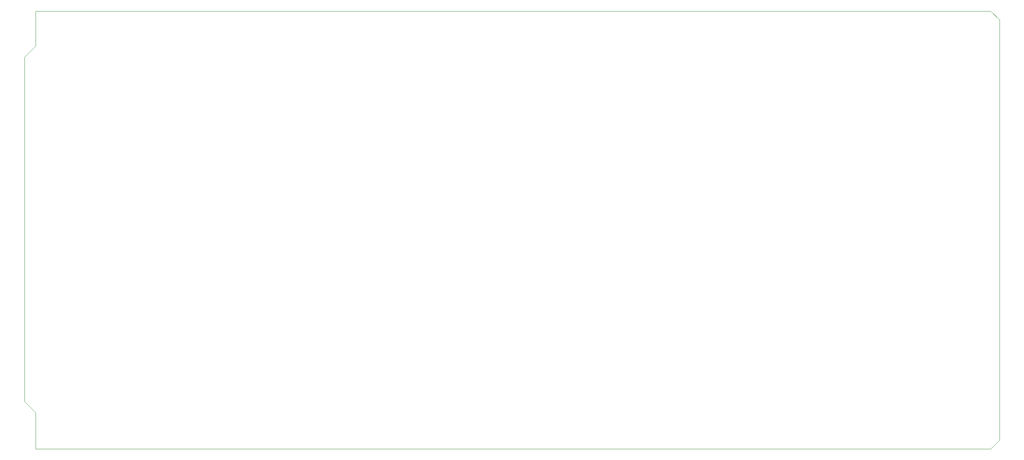
<source format=gm1>
G04*
G04 #@! TF.GenerationSoftware,Altium Limited,Altium Designer,22.8.2 (66)*
G04*
G04 Layer_Color=16711935*
%FSLAX25Y25*%
%MOIN*%
G70*
G04*
G04 #@! TF.SameCoordinates,18DB8AE4-C2B3-415A-B087-6D5D449F6BFC*
G04*
G04*
G04 #@! TF.FilePolarity,Positive*
G04*
G01*
G75*
%ADD16C,0.00394*%
D16*
X858421Y393701D02*
X866294Y385828D01*
Y7873D02*
Y385828D01*
X858421Y0D02*
X866294Y7873D01*
X-9800Y42555D02*
X-9800Y352405D01*
X-3937Y358268D01*
X0Y362205D01*
X-9800Y42555D02*
X0Y32755D01*
Y0D02*
Y32755D01*
Y362205D02*
Y393700D01*
X858421D01*
X0Y0D02*
X858421D01*
M02*

</source>
